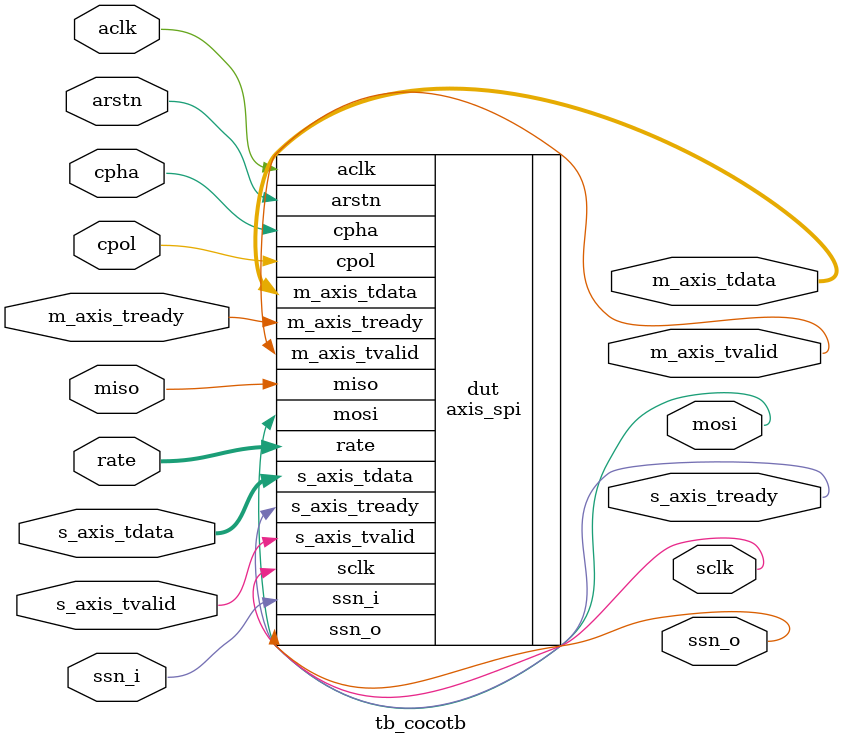
<source format=v>

`timescale 1ns/100ps

/*
 * Module: tb_cocotb
 *
 * SPI core with axis input/output data. Read/Write is size of BUS_WIDTH bytes. Write activates core for read.
 *
 * Parameters:
 *
 *   CLOCK_SPEED      - This is the aclk frequency in Hz, this is the the frequency used for the bus and is divided by the rate.
 *   BUS_WIDTH        - AXIS data width in bytes.
 *   SELECT_WIDTH     - Bit width of the slave select.
 *   RATE             - Select the data rate of the spi core.
 *
 * Ports:
 *
 *   aclk           - Clock for AXIS
 *   arstn          - Negative reset for AXIS
 *   s_axis_tdata   - Input data for UART TX.
 *   s_axis_tvalid  - When set active high the input data is valid
 *   s_axis_tready  - When active high the device is ready for input data.
 *   m_axis_tdata   - Output data from UART RX
 *   m_axis_tvalid  - When active high the output data is valid
 *   m_axis_tready  - When set active high the output device is ready for data.
 *   sclk           - spi clock, should only drive output pins to devices.
 *   mosi           - transmit for master output
 *   miso           - receive for master input
 *   ssn_i          - slave select input
 *   ssn_o          - slave select output
 *   rate           - output rate of spi core.
 *   cpol           - clock polarity of spi_clk
 *   cpha           - clock phase of spi_clk
 */
module tb_cocotb #(
    parameter CLOCK_SPEED   = 2000000,
    parameter BUS_WIDTH     = 4,
    parameter SELECT_WIDTH  = 1,
    parameter RATE          = 115200
  )
  (
    input                     aclk,
    input                     arstn,
    input  [BUS_WIDTH*8-1:0]  s_axis_tdata,
    input                     s_axis_tvalid,
    output                    s_axis_tready,
    output [BUS_WIDTH*8-1:0]  m_axis_tdata,
    output                    m_axis_tvalid,
    input                     m_axis_tready,
    output                    sclk,
    output                    mosi,
    input                     miso,
    input  [SELECT_WIDTH-1:0] ssn_i,
    output [SELECT_WIDTH-1:0] ssn_o,
    input  [31:0]             rate,
    input                     cpol,
    input                     cpha
  );

  // wire loop;

  // fst dump command
  initial begin
    $dumpfile ("tb_cocotb.fst");
    $dumpvars (0, tb_cocotb);
    #1;
  end
  
  //Group: Instantiated Modules

  /*
   * Module: dut
   *
   * Device under test, axis_spi
   */
  axis_spi #(
    .CLOCK_SPEED(CLOCK_SPEED),
    .BUS_WIDTH(BUS_WIDTH),
    .SELECT_WIDTH(SELECT_WIDTH)
  ) dut (
    .aclk(aclk),
    .arstn(arstn),
    .s_axis_tdata(s_axis_tdata),
    .s_axis_tvalid(s_axis_tvalid),
    .s_axis_tready(s_axis_tready),
    .m_axis_tdata(m_axis_tdata),
    .m_axis_tvalid(m_axis_tvalid),
    .m_axis_tready(m_axis_tready),
    .sclk(sclk),
    .mosi(mosi),
    .miso(miso),
    .ssn_i(ssn_i),
    .ssn_o(ssn_o),
    .rate(rate),
    .cpol(cpol),
    .cpha(cpha)
  );
  

endmodule


</source>
